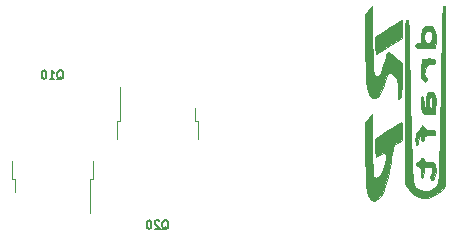
<source format=gbr>
G04 #@! TF.GenerationSoftware,KiCad,Pcbnew,(5.1.8)-1*
G04 #@! TF.CreationDate,2022-10-22T17:33:47+02:00*
G04 #@! TF.ProjectId,RP_LM2596-KfzPowerSafeguard,52505f4c-4d32-4353-9936-2d4b667a506f,rev?*
G04 #@! TF.SameCoordinates,Original*
G04 #@! TF.FileFunction,Legend,Bot*
G04 #@! TF.FilePolarity,Positive*
%FSLAX46Y46*%
G04 Gerber Fmt 4.6, Leading zero omitted, Abs format (unit mm)*
G04 Created by KiCad (PCBNEW (5.1.8)-1) date 2022-10-22 17:33:47*
%MOMM*%
%LPD*%
G01*
G04 APERTURE LIST*
%ADD10C,0.010000*%
%ADD11C,0.120000*%
%ADD12C,0.150000*%
G04 APERTURE END LIST*
D10*
G36*
X130646711Y-82255956D02*
G01*
X130662943Y-83104550D01*
X130691652Y-83801034D01*
X130733543Y-84354984D01*
X130789318Y-84775979D01*
X130859683Y-85073596D01*
X130936247Y-85244152D01*
X131157489Y-85486926D01*
X131395192Y-85560755D01*
X131585156Y-85507959D01*
X131858324Y-85281389D01*
X132109212Y-84885104D01*
X132337863Y-84318994D01*
X132544318Y-83582947D01*
X132728619Y-82676852D01*
X132781895Y-82357435D01*
X132852389Y-81918277D01*
X132915915Y-81529163D01*
X132966336Y-81227236D01*
X132997510Y-81049639D01*
X133001133Y-81031148D01*
X133093634Y-80886967D01*
X133285299Y-80724584D01*
X133382053Y-80663890D01*
X133727568Y-80468254D01*
X133727568Y-79698519D01*
X133723668Y-79359019D01*
X133713223Y-79096010D01*
X133698118Y-78947846D01*
X133689765Y-78928784D01*
X133608286Y-78972914D01*
X133409047Y-79094463D01*
X133118087Y-79277172D01*
X132761444Y-79504779D01*
X132574225Y-79625427D01*
X131496487Y-80322069D01*
X131496487Y-81084210D01*
X131501810Y-81421866D01*
X131516057Y-81682845D01*
X131536642Y-81828605D01*
X131547598Y-81846351D01*
X131644964Y-81801191D01*
X131817462Y-81690312D01*
X131848432Y-81668533D01*
X132110035Y-81533904D01*
X132300572Y-81546448D01*
X132409095Y-81703871D01*
X132425293Y-81789369D01*
X132410949Y-82040449D01*
X132337901Y-82384755D01*
X132224708Y-82762265D01*
X132089931Y-83112959D01*
X131952130Y-83376817D01*
X131921015Y-83420114D01*
X131730349Y-83582732D01*
X131524087Y-83644986D01*
X131354740Y-83599162D01*
X131291140Y-83512644D01*
X131278013Y-83395267D01*
X131266015Y-83128674D01*
X131255586Y-82735267D01*
X131247163Y-82237449D01*
X131241187Y-81657623D01*
X131238095Y-81018194D01*
X131237778Y-80788150D01*
X131236501Y-78199392D01*
X130940662Y-78542635D01*
X130644822Y-78885878D01*
X130642252Y-81245675D01*
X130646711Y-82255956D01*
G37*
X130646711Y-82255956D02*
X130662943Y-83104550D01*
X130691652Y-83801034D01*
X130733543Y-84354984D01*
X130789318Y-84775979D01*
X130859683Y-85073596D01*
X130936247Y-85244152D01*
X131157489Y-85486926D01*
X131395192Y-85560755D01*
X131585156Y-85507959D01*
X131858324Y-85281389D01*
X132109212Y-84885104D01*
X132337863Y-84318994D01*
X132544318Y-83582947D01*
X132728619Y-82676852D01*
X132781895Y-82357435D01*
X132852389Y-81918277D01*
X132915915Y-81529163D01*
X132966336Y-81227236D01*
X132997510Y-81049639D01*
X133001133Y-81031148D01*
X133093634Y-80886967D01*
X133285299Y-80724584D01*
X133382053Y-80663890D01*
X133727568Y-80468254D01*
X133727568Y-79698519D01*
X133723668Y-79359019D01*
X133713223Y-79096010D01*
X133698118Y-78947846D01*
X133689765Y-78928784D01*
X133608286Y-78972914D01*
X133409047Y-79094463D01*
X133118087Y-79277172D01*
X132761444Y-79504779D01*
X132574225Y-79625427D01*
X131496487Y-80322069D01*
X131496487Y-81084210D01*
X131501810Y-81421866D01*
X131516057Y-81682845D01*
X131536642Y-81828605D01*
X131547598Y-81846351D01*
X131644964Y-81801191D01*
X131817462Y-81690312D01*
X131848432Y-81668533D01*
X132110035Y-81533904D01*
X132300572Y-81546448D01*
X132409095Y-81703871D01*
X132425293Y-81789369D01*
X132410949Y-82040449D01*
X132337901Y-82384755D01*
X132224708Y-82762265D01*
X132089931Y-83112959D01*
X131952130Y-83376817D01*
X131921015Y-83420114D01*
X131730349Y-83582732D01*
X131524087Y-83644986D01*
X131354740Y-83599162D01*
X131291140Y-83512644D01*
X131278013Y-83395267D01*
X131266015Y-83128674D01*
X131255586Y-82735267D01*
X131247163Y-82237449D01*
X131241187Y-81657623D01*
X131238095Y-81018194D01*
X131237778Y-80788150D01*
X131236501Y-78199392D01*
X130940662Y-78542635D01*
X130644822Y-78885878D01*
X130642252Y-81245675D01*
X130646711Y-82255956D01*
G36*
X130642912Y-73340941D02*
G01*
X130657741Y-74188170D01*
X130684707Y-74891288D01*
X130725650Y-75463947D01*
X130782413Y-75919799D01*
X130856835Y-76272495D01*
X130950760Y-76535687D01*
X131066027Y-76723025D01*
X131204477Y-76848162D01*
X131250658Y-76875534D01*
X131471379Y-76907499D01*
X131694380Y-76772875D01*
X131916235Y-76476603D01*
X132133517Y-76023622D01*
X132342799Y-75418871D01*
X132401045Y-75217466D01*
X132513177Y-74899233D01*
X132638987Y-74746359D01*
X132799102Y-74752721D01*
X133014147Y-74912198D01*
X133110059Y-75007024D01*
X133236326Y-75143961D01*
X133316320Y-75267845D01*
X133360598Y-75421619D01*
X133379718Y-75648223D01*
X133384237Y-75990599D01*
X133384324Y-76122565D01*
X133391216Y-76476894D01*
X133409764Y-76756221D01*
X133436778Y-76923671D01*
X133456361Y-76955135D01*
X133557630Y-76893172D01*
X133633835Y-76700663D01*
X133686525Y-76367680D01*
X133717250Y-75884292D01*
X133727558Y-75240571D01*
X133727568Y-75216717D01*
X133727568Y-73915429D01*
X133239961Y-73461633D01*
X132988180Y-73244468D01*
X132766936Y-73083941D01*
X132617950Y-73009737D01*
X132602162Y-73007838D01*
X132524003Y-73016337D01*
X132464250Y-73061665D01*
X132410377Y-73173571D01*
X132349855Y-73381800D01*
X132270157Y-73716099D01*
X132230327Y-73890795D01*
X132085725Y-74413996D01*
X131926275Y-74781963D01*
X131755265Y-74990458D01*
X131575983Y-75035244D01*
X131416894Y-74938798D01*
X131379199Y-74881107D01*
X131348157Y-74779171D01*
X131322736Y-74615712D01*
X131301908Y-74373458D01*
X131284641Y-74035132D01*
X131269906Y-73583460D01*
X131256671Y-73001167D01*
X131243907Y-72270979D01*
X131239054Y-71956993D01*
X131196149Y-69109995D01*
X130638379Y-69814629D01*
X130638379Y-72335951D01*
X130642912Y-73340941D01*
G37*
X130642912Y-73340941D02*
X130657741Y-74188170D01*
X130684707Y-74891288D01*
X130725650Y-75463947D01*
X130782413Y-75919799D01*
X130856835Y-76272495D01*
X130950760Y-76535687D01*
X131066027Y-76723025D01*
X131204477Y-76848162D01*
X131250658Y-76875534D01*
X131471379Y-76907499D01*
X131694380Y-76772875D01*
X131916235Y-76476603D01*
X132133517Y-76023622D01*
X132342799Y-75418871D01*
X132401045Y-75217466D01*
X132513177Y-74899233D01*
X132638987Y-74746359D01*
X132799102Y-74752721D01*
X133014147Y-74912198D01*
X133110059Y-75007024D01*
X133236326Y-75143961D01*
X133316320Y-75267845D01*
X133360598Y-75421619D01*
X133379718Y-75648223D01*
X133384237Y-75990599D01*
X133384324Y-76122565D01*
X133391216Y-76476894D01*
X133409764Y-76756221D01*
X133436778Y-76923671D01*
X133456361Y-76955135D01*
X133557630Y-76893172D01*
X133633835Y-76700663D01*
X133686525Y-76367680D01*
X133717250Y-75884292D01*
X133727558Y-75240571D01*
X133727568Y-75216717D01*
X133727568Y-73915429D01*
X133239961Y-73461633D01*
X132988180Y-73244468D01*
X132766936Y-73083941D01*
X132617950Y-73009737D01*
X132602162Y-73007838D01*
X132524003Y-73016337D01*
X132464250Y-73061665D01*
X132410377Y-73173571D01*
X132349855Y-73381800D01*
X132270157Y-73716099D01*
X132230327Y-73890795D01*
X132085725Y-74413996D01*
X131926275Y-74781963D01*
X131755265Y-74990458D01*
X131575983Y-75035244D01*
X131416894Y-74938798D01*
X131379199Y-74881107D01*
X131348157Y-74779171D01*
X131322736Y-74615712D01*
X131301908Y-74373458D01*
X131284641Y-74035132D01*
X131269906Y-73583460D01*
X131256671Y-73001167D01*
X131243907Y-72270979D01*
X131239054Y-71956993D01*
X131196149Y-69109995D01*
X130638379Y-69814629D01*
X130638379Y-72335951D01*
X130642912Y-73340941D01*
G36*
X131501844Y-72763521D02*
G01*
X131513403Y-73021462D01*
X131530545Y-73163606D01*
X131539248Y-73179459D01*
X131622441Y-73135165D01*
X131823000Y-73013186D01*
X132114727Y-72829878D01*
X132471426Y-72601599D01*
X132654788Y-72482958D01*
X133727568Y-71786456D01*
X133727568Y-70242153D01*
X133491588Y-70390104D01*
X133327129Y-70494789D01*
X133057161Y-70668332D01*
X132720040Y-70886016D01*
X132377563Y-71107913D01*
X131499518Y-71677770D01*
X131498002Y-72428615D01*
X131501844Y-72763521D01*
G37*
X131501844Y-72763521D02*
X131513403Y-73021462D01*
X131530545Y-73163606D01*
X131539248Y-73179459D01*
X131622441Y-73135165D01*
X131823000Y-73013186D01*
X132114727Y-72829878D01*
X132471426Y-72601599D01*
X132654788Y-72482958D01*
X133727568Y-71786456D01*
X133727568Y-70242153D01*
X133491588Y-70390104D01*
X133327129Y-70494789D01*
X133057161Y-70668332D01*
X132720040Y-70886016D01*
X132377563Y-71107913D01*
X131499518Y-71677770D01*
X131498002Y-72428615D01*
X131501844Y-72763521D01*
G36*
X134903899Y-80665546D02*
G01*
X134947039Y-80838728D01*
X135003638Y-80867616D01*
X135060684Y-80743270D01*
X135100541Y-80503591D01*
X135145964Y-80259029D01*
X135212331Y-80097574D01*
X135246916Y-80066545D01*
X135319875Y-80101743D01*
X135318924Y-80195920D01*
X135324719Y-80387366D01*
X135399958Y-80514994D01*
X135512441Y-80526554D01*
X135520001Y-80522213D01*
X135593997Y-80398858D01*
X135615406Y-80253787D01*
X135628352Y-80133762D01*
X135695142Y-80071262D01*
X135857704Y-80047677D01*
X136087365Y-80044324D01*
X136357666Y-80038755D01*
X136498409Y-80009323D01*
X136551592Y-79936936D01*
X136559324Y-79829797D01*
X136541928Y-79694519D01*
X136458344Y-79632063D01*
X136261481Y-79614557D01*
X136194629Y-79613956D01*
X135898482Y-79595416D01*
X135714247Y-79524608D01*
X135584113Y-79374737D01*
X135549485Y-79314932D01*
X135474061Y-79193354D01*
X135428866Y-79222239D01*
X135393360Y-79314932D01*
X135284397Y-79490359D01*
X135109919Y-79670525D01*
X134981202Y-79801540D01*
X134914116Y-79958263D01*
X134889534Y-80199656D01*
X134887229Y-80357011D01*
X134903899Y-80665546D01*
G37*
X134903899Y-80665546D02*
X134947039Y-80838728D01*
X135003638Y-80867616D01*
X135060684Y-80743270D01*
X135100541Y-80503591D01*
X135145964Y-80259029D01*
X135212331Y-80097574D01*
X135246916Y-80066545D01*
X135319875Y-80101743D01*
X135318924Y-80195920D01*
X135324719Y-80387366D01*
X135399958Y-80514994D01*
X135512441Y-80526554D01*
X135520001Y-80522213D01*
X135593997Y-80398858D01*
X135615406Y-80253787D01*
X135628352Y-80133762D01*
X135695142Y-80071262D01*
X135857704Y-80047677D01*
X136087365Y-80044324D01*
X136357666Y-80038755D01*
X136498409Y-80009323D01*
X136551592Y-79936936D01*
X136559324Y-79829797D01*
X136541928Y-79694519D01*
X136458344Y-79632063D01*
X136261481Y-79614557D01*
X136194629Y-79613956D01*
X135898482Y-79595416D01*
X135714247Y-79524608D01*
X135584113Y-79374737D01*
X135549485Y-79314932D01*
X135474061Y-79193354D01*
X135428866Y-79222239D01*
X135393360Y-79314932D01*
X135284397Y-79490359D01*
X135109919Y-79670525D01*
X134981202Y-79801540D01*
X134914116Y-79958263D01*
X134889534Y-80199656D01*
X134887229Y-80357011D01*
X134903899Y-80665546D01*
G36*
X135385865Y-75076738D02*
G01*
X135421691Y-75248208D01*
X135484520Y-75352978D01*
X135491349Y-75360036D01*
X135633662Y-75469179D01*
X135710039Y-75496351D01*
X135817244Y-75430479D01*
X135842566Y-75278503D01*
X135778708Y-75108884D01*
X135754529Y-75078797D01*
X135628846Y-74819483D01*
X135659317Y-74497882D01*
X135743632Y-74295948D01*
X135878742Y-74115655D01*
X136079158Y-74035392D01*
X136194138Y-74021324D01*
X136417344Y-73981587D01*
X136519845Y-73891136D01*
X136543890Y-73801204D01*
X136517765Y-73627454D01*
X136447851Y-73560351D01*
X136295855Y-73538136D01*
X136041434Y-73532944D01*
X135863697Y-73539281D01*
X135403054Y-73565608D01*
X135379044Y-74394665D01*
X135372997Y-74803810D01*
X135385865Y-75076738D01*
G37*
X135385865Y-75076738D02*
X135421691Y-75248208D01*
X135484520Y-75352978D01*
X135491349Y-75360036D01*
X135633662Y-75469179D01*
X135710039Y-75496351D01*
X135817244Y-75430479D01*
X135842566Y-75278503D01*
X135778708Y-75108884D01*
X135754529Y-75078797D01*
X135628846Y-74819483D01*
X135659317Y-74497882D01*
X135743632Y-74295948D01*
X135878742Y-74115655D01*
X136079158Y-74035392D01*
X136194138Y-74021324D01*
X136417344Y-73981587D01*
X136519845Y-73891136D01*
X136543890Y-73801204D01*
X136517765Y-73627454D01*
X136447851Y-73560351D01*
X136295855Y-73538136D01*
X136041434Y-73532944D01*
X135863697Y-73539281D01*
X135403054Y-73565608D01*
X135379044Y-74394665D01*
X135372997Y-74803810D01*
X135385865Y-75076738D01*
G36*
X135058345Y-82670851D02*
G01*
X135079088Y-82679441D01*
X135240705Y-82773566D01*
X135325880Y-82934016D01*
X135355505Y-83206810D01*
X135356659Y-83290833D01*
X135379934Y-83541085D01*
X135434803Y-83638488D01*
X135502336Y-83594206D01*
X135563602Y-83419407D01*
X135598437Y-83148221D01*
X135624374Y-82704459D01*
X135963133Y-82704459D01*
X136179967Y-82712906D01*
X136276317Y-82771276D01*
X136301078Y-82929111D01*
X136301892Y-83047702D01*
X136282860Y-83262642D01*
X136235316Y-83382193D01*
X136216081Y-83390946D01*
X136145811Y-83457321D01*
X136135575Y-83601705D01*
X136183645Y-83741981D01*
X136224316Y-83782184D01*
X136355089Y-83785846D01*
X136468834Y-83653055D01*
X136553438Y-83418910D01*
X136596785Y-83118507D01*
X136586762Y-82786947D01*
X136581489Y-82747365D01*
X136507372Y-82475656D01*
X136359098Y-82329643D01*
X136097539Y-82277512D01*
X136001055Y-82275405D01*
X135756648Y-82258499D01*
X135633014Y-82194206D01*
X135590542Y-82103784D01*
X135504428Y-81953978D01*
X135395335Y-81962244D01*
X135318008Y-82094519D01*
X135198064Y-82250549D01*
X135097699Y-82301012D01*
X134957562Y-82401767D01*
X134943241Y-82549521D01*
X135058345Y-82670851D01*
G37*
X135058345Y-82670851D02*
X135079088Y-82679441D01*
X135240705Y-82773566D01*
X135325880Y-82934016D01*
X135355505Y-83206810D01*
X135356659Y-83290833D01*
X135379934Y-83541085D01*
X135434803Y-83638488D01*
X135502336Y-83594206D01*
X135563602Y-83419407D01*
X135598437Y-83148221D01*
X135624374Y-82704459D01*
X135963133Y-82704459D01*
X136179967Y-82712906D01*
X136276317Y-82771276D01*
X136301078Y-82929111D01*
X136301892Y-83047702D01*
X136282860Y-83262642D01*
X136235316Y-83382193D01*
X136216081Y-83390946D01*
X136145811Y-83457321D01*
X136135575Y-83601705D01*
X136183645Y-83741981D01*
X136224316Y-83782184D01*
X136355089Y-83785846D01*
X136468834Y-83653055D01*
X136553438Y-83418910D01*
X136596785Y-83118507D01*
X136586762Y-82786947D01*
X136581489Y-82747365D01*
X136507372Y-82475656D01*
X136359098Y-82329643D01*
X136097539Y-82277512D01*
X136001055Y-82275405D01*
X135756648Y-82258499D01*
X135633014Y-82194206D01*
X135590542Y-82103784D01*
X135504428Y-81953978D01*
X135395335Y-81962244D01*
X135318008Y-82094519D01*
X135198064Y-82250549D01*
X135097699Y-82301012D01*
X134957562Y-82401767D01*
X134943241Y-82549521D01*
X135058345Y-82670851D01*
G36*
X135368191Y-77711094D02*
G01*
X135413060Y-77983456D01*
X135513907Y-78143196D01*
X135692057Y-78219554D01*
X135968834Y-78241771D01*
X136047479Y-78242297D01*
X136559324Y-78242297D01*
X136568070Y-77920507D01*
X136578251Y-77604437D01*
X136591073Y-77274670D01*
X136591909Y-77255473D01*
X136593639Y-76987641D01*
X136578510Y-76768721D01*
X136573929Y-76740608D01*
X136462876Y-76480325D01*
X136256620Y-76362392D01*
X136173176Y-76355113D01*
X136173176Y-76783513D01*
X136258718Y-76834932D01*
X136297149Y-77009145D01*
X136301892Y-77162644D01*
X136290552Y-77428063D01*
X136262172Y-77634674D01*
X136249995Y-77677016D01*
X136177686Y-77784034D01*
X136112728Y-77740078D01*
X136065062Y-77565778D01*
X136044624Y-77281761D01*
X136044460Y-77250408D01*
X136056245Y-76967511D01*
X136097541Y-76822674D01*
X136173176Y-76783513D01*
X136173176Y-76355113D01*
X136165688Y-76354459D01*
X135980078Y-76408441D01*
X135860430Y-76581720D01*
X135799191Y-76891297D01*
X135787027Y-77206926D01*
X135770147Y-77530010D01*
X135728764Y-77693828D01*
X135676767Y-77695888D01*
X135628045Y-77533699D01*
X135598235Y-77240799D01*
X135564362Y-76941711D01*
X135505327Y-76757817D01*
X135465237Y-76718784D01*
X135406013Y-76748801D01*
X135371757Y-76901363D01*
X135358481Y-77197955D01*
X135357973Y-77296869D01*
X135368191Y-77711094D01*
G37*
X135368191Y-77711094D02*
X135413060Y-77983456D01*
X135513907Y-78143196D01*
X135692057Y-78219554D01*
X135968834Y-78241771D01*
X136047479Y-78242297D01*
X136559324Y-78242297D01*
X136568070Y-77920507D01*
X136578251Y-77604437D01*
X136591073Y-77274670D01*
X136591909Y-77255473D01*
X136593639Y-76987641D01*
X136578510Y-76768721D01*
X136573929Y-76740608D01*
X136462876Y-76480325D01*
X136256620Y-76362392D01*
X136173176Y-76355113D01*
X136173176Y-76783513D01*
X136258718Y-76834932D01*
X136297149Y-77009145D01*
X136301892Y-77162644D01*
X136290552Y-77428063D01*
X136262172Y-77634674D01*
X136249995Y-77677016D01*
X136177686Y-77784034D01*
X136112728Y-77740078D01*
X136065062Y-77565778D01*
X136044624Y-77281761D01*
X136044460Y-77250408D01*
X136056245Y-76967511D01*
X136097541Y-76822674D01*
X136173176Y-76783513D01*
X136173176Y-76355113D01*
X136165688Y-76354459D01*
X135980078Y-76408441D01*
X135860430Y-76581720D01*
X135799191Y-76891297D01*
X135787027Y-77206926D01*
X135770147Y-77530010D01*
X135728764Y-77693828D01*
X135676767Y-77695888D01*
X135628045Y-77533699D01*
X135598235Y-77240799D01*
X135564362Y-76941711D01*
X135505327Y-76757817D01*
X135465237Y-76718784D01*
X135406013Y-76748801D01*
X135371757Y-76901363D01*
X135358481Y-77197955D01*
X135357973Y-77296869D01*
X135368191Y-77711094D01*
G36*
X134899187Y-72529464D02*
G01*
X134959604Y-72581475D01*
X135098609Y-72613450D01*
X135347547Y-72632739D01*
X135722669Y-72646249D01*
X136078236Y-72650254D01*
X136359414Y-72641191D01*
X136529285Y-72620945D01*
X136562532Y-72603344D01*
X136584110Y-72109846D01*
X136593124Y-71754945D01*
X136587822Y-71505957D01*
X136566453Y-71330197D01*
X136527262Y-71194983D01*
X136481574Y-71093384D01*
X136362757Y-70910223D01*
X136204482Y-70823586D01*
X135988148Y-70793668D01*
X135857626Y-70802278D01*
X135857626Y-71220477D01*
X136118665Y-71222048D01*
X136258380Y-71334346D01*
X136301800Y-71578467D01*
X136301892Y-71594907D01*
X136277422Y-71852839D01*
X136218023Y-72059812D01*
X136213062Y-72069560D01*
X136060787Y-72210549D01*
X135872026Y-72214203D01*
X135711636Y-72081693D01*
X135699272Y-72060286D01*
X135642780Y-71857042D01*
X135629975Y-71594773D01*
X135631895Y-71566874D01*
X135671536Y-71346222D01*
X135763254Y-71245095D01*
X135857626Y-71220477D01*
X135857626Y-70802278D01*
X135704249Y-70812397D01*
X135514212Y-70930632D01*
X135404183Y-71168104D01*
X135360308Y-71544543D01*
X135357973Y-71691164D01*
X135353875Y-71983177D01*
X135329836Y-72145404D01*
X135268237Y-72219661D01*
X135151461Y-72247767D01*
X135121993Y-72251293D01*
X134937946Y-72313790D01*
X134886014Y-72450067D01*
X134899187Y-72529464D01*
G37*
X134899187Y-72529464D02*
X134959604Y-72581475D01*
X135098609Y-72613450D01*
X135347547Y-72632739D01*
X135722669Y-72646249D01*
X136078236Y-72650254D01*
X136359414Y-72641191D01*
X136529285Y-72620945D01*
X136562532Y-72603344D01*
X136584110Y-72109846D01*
X136593124Y-71754945D01*
X136587822Y-71505957D01*
X136566453Y-71330197D01*
X136527262Y-71194983D01*
X136481574Y-71093384D01*
X136362757Y-70910223D01*
X136204482Y-70823586D01*
X135988148Y-70793668D01*
X135857626Y-70802278D01*
X135857626Y-71220477D01*
X136118665Y-71222048D01*
X136258380Y-71334346D01*
X136301800Y-71578467D01*
X136301892Y-71594907D01*
X136277422Y-71852839D01*
X136218023Y-72059812D01*
X136213062Y-72069560D01*
X136060787Y-72210549D01*
X135872026Y-72214203D01*
X135711636Y-72081693D01*
X135699272Y-72060286D01*
X135642780Y-71857042D01*
X135629975Y-71594773D01*
X135631895Y-71566874D01*
X135671536Y-71346222D01*
X135763254Y-71245095D01*
X135857626Y-71220477D01*
X135857626Y-70802278D01*
X135704249Y-70812397D01*
X135514212Y-70930632D01*
X135404183Y-71168104D01*
X135360308Y-71544543D01*
X135357973Y-71691164D01*
X135353875Y-71983177D01*
X135329836Y-72145404D01*
X135268237Y-72219661D01*
X135151461Y-72247767D01*
X135121993Y-72251293D01*
X134937946Y-72313790D01*
X134886014Y-72450067D01*
X134899187Y-72529464D01*
G36*
X133994981Y-73827628D02*
G01*
X133996926Y-74756791D01*
X134000034Y-75834567D01*
X134004086Y-77071966D01*
X134004488Y-77191115D01*
X134027906Y-84120338D01*
X134232497Y-84477411D01*
X134563414Y-84903263D01*
X134971662Y-85191600D01*
X135429727Y-85340785D01*
X135910099Y-85349179D01*
X136385266Y-85215143D01*
X136827716Y-84937040D01*
X137108937Y-84648716D01*
X137374527Y-84318986D01*
X137397341Y-76689763D01*
X137400597Y-75295128D01*
X137401680Y-74027571D01*
X137400628Y-72892084D01*
X137397481Y-71893661D01*
X137392277Y-71037296D01*
X137385055Y-70327983D01*
X137375854Y-69770714D01*
X137364712Y-69370483D01*
X137351669Y-69132284D01*
X137338047Y-69060540D01*
X137219327Y-69122505D01*
X137207989Y-69138127D01*
X137198641Y-69234392D01*
X137186549Y-69488806D01*
X137172071Y-69887925D01*
X137155569Y-70418304D01*
X137137403Y-71066498D01*
X137117932Y-71819063D01*
X137097517Y-72662555D01*
X137076518Y-73583530D01*
X137055295Y-74568541D01*
X137034209Y-75604146D01*
X137032688Y-75681201D01*
X137005698Y-77055445D01*
X136981903Y-78268467D01*
X136960894Y-79330629D01*
X136942262Y-80252292D01*
X136925598Y-81043819D01*
X136910493Y-81715571D01*
X136896539Y-82277911D01*
X136883326Y-82741199D01*
X136870446Y-83115797D01*
X136857488Y-83412069D01*
X136844045Y-83640374D01*
X136829707Y-83811076D01*
X136814066Y-83934535D01*
X136796712Y-84021114D01*
X136777237Y-84081174D01*
X136755231Y-84125078D01*
X136730286Y-84163187D01*
X136701992Y-84205863D01*
X136695828Y-84215970D01*
X136415940Y-84531392D01*
X136054017Y-84716179D01*
X135649429Y-84761002D01*
X135241543Y-84656534D01*
X135116830Y-84590097D01*
X135043531Y-84549612D01*
X134977622Y-84516436D01*
X134918536Y-84481815D01*
X134865705Y-84436998D01*
X134818562Y-84373232D01*
X134776540Y-84281764D01*
X134739070Y-84153843D01*
X134705587Y-83980714D01*
X134675522Y-83753626D01*
X134648308Y-83463827D01*
X134623377Y-83102563D01*
X134600163Y-82661083D01*
X134578098Y-82130633D01*
X134556615Y-81502461D01*
X134535146Y-80767814D01*
X134513123Y-79917941D01*
X134489980Y-78944087D01*
X134465150Y-77837502D01*
X134438064Y-76589432D01*
X134408155Y-75191125D01*
X134374857Y-73633827D01*
X134359085Y-72900574D01*
X134342583Y-72158029D01*
X134327707Y-71569301D01*
X134312992Y-71116616D01*
X134296972Y-70782196D01*
X134278183Y-70548267D01*
X134255160Y-70397052D01*
X134226438Y-70310775D01*
X134190551Y-70271661D01*
X134146035Y-70261933D01*
X134141620Y-70261892D01*
X134112621Y-70266469D01*
X134087399Y-70287541D01*
X134065736Y-70336117D01*
X134047414Y-70423207D01*
X134032216Y-70559822D01*
X134019923Y-70756970D01*
X134010318Y-71025663D01*
X134003183Y-71376909D01*
X133998299Y-71821718D01*
X133995450Y-72371102D01*
X133994417Y-73036068D01*
X133994981Y-73827628D01*
G37*
X133994981Y-73827628D02*
X133996926Y-74756791D01*
X134000034Y-75834567D01*
X134004086Y-77071966D01*
X134004488Y-77191115D01*
X134027906Y-84120338D01*
X134232497Y-84477411D01*
X134563414Y-84903263D01*
X134971662Y-85191600D01*
X135429727Y-85340785D01*
X135910099Y-85349179D01*
X136385266Y-85215143D01*
X136827716Y-84937040D01*
X137108937Y-84648716D01*
X137374527Y-84318986D01*
X137397341Y-76689763D01*
X137400597Y-75295128D01*
X137401680Y-74027571D01*
X137400628Y-72892084D01*
X137397481Y-71893661D01*
X137392277Y-71037296D01*
X137385055Y-70327983D01*
X137375854Y-69770714D01*
X137364712Y-69370483D01*
X137351669Y-69132284D01*
X137338047Y-69060540D01*
X137219327Y-69122505D01*
X137207989Y-69138127D01*
X137198641Y-69234392D01*
X137186549Y-69488806D01*
X137172071Y-69887925D01*
X137155569Y-70418304D01*
X137137403Y-71066498D01*
X137117932Y-71819063D01*
X137097517Y-72662555D01*
X137076518Y-73583530D01*
X137055295Y-74568541D01*
X137034209Y-75604146D01*
X137032688Y-75681201D01*
X137005698Y-77055445D01*
X136981903Y-78268467D01*
X136960894Y-79330629D01*
X136942262Y-80252292D01*
X136925598Y-81043819D01*
X136910493Y-81715571D01*
X136896539Y-82277911D01*
X136883326Y-82741199D01*
X136870446Y-83115797D01*
X136857488Y-83412069D01*
X136844045Y-83640374D01*
X136829707Y-83811076D01*
X136814066Y-83934535D01*
X136796712Y-84021114D01*
X136777237Y-84081174D01*
X136755231Y-84125078D01*
X136730286Y-84163187D01*
X136701992Y-84205863D01*
X136695828Y-84215970D01*
X136415940Y-84531392D01*
X136054017Y-84716179D01*
X135649429Y-84761002D01*
X135241543Y-84656534D01*
X135116830Y-84590097D01*
X135043531Y-84549612D01*
X134977622Y-84516436D01*
X134918536Y-84481815D01*
X134865705Y-84436998D01*
X134818562Y-84373232D01*
X134776540Y-84281764D01*
X134739070Y-84153843D01*
X134705587Y-83980714D01*
X134675522Y-83753626D01*
X134648308Y-83463827D01*
X134623377Y-83102563D01*
X134600163Y-82661083D01*
X134578098Y-82130633D01*
X134556615Y-81502461D01*
X134535146Y-80767814D01*
X134513123Y-79917941D01*
X134489980Y-78944087D01*
X134465150Y-77837502D01*
X134438064Y-76589432D01*
X134408155Y-75191125D01*
X134374857Y-73633827D01*
X134359085Y-72900574D01*
X134342583Y-72158029D01*
X134327707Y-71569301D01*
X134312992Y-71116616D01*
X134296972Y-70782196D01*
X134278183Y-70548267D01*
X134255160Y-70397052D01*
X134226438Y-70310775D01*
X134190551Y-70271661D01*
X134146035Y-70261933D01*
X134141620Y-70261892D01*
X134112621Y-70266469D01*
X134087399Y-70287541D01*
X134065736Y-70336117D01*
X134047414Y-70423207D01*
X134032216Y-70559822D01*
X134019923Y-70756970D01*
X134010318Y-71025663D01*
X134003183Y-71376909D01*
X133998299Y-71821718D01*
X133995450Y-72371102D01*
X133994417Y-73036068D01*
X133994981Y-73827628D01*
D11*
X107590000Y-82250000D02*
X107590000Y-83750000D01*
X107590000Y-83750000D02*
X107320000Y-83750000D01*
X107320000Y-83750000D02*
X107320000Y-86580000D01*
X100690000Y-82250000D02*
X100690000Y-83750000D01*
X100690000Y-83750000D02*
X100960000Y-83750000D01*
X100960000Y-83750000D02*
X100960000Y-84850000D01*
X116210000Y-78810000D02*
X116210000Y-77710000D01*
X116480000Y-78810000D02*
X116210000Y-78810000D01*
X116480000Y-80310000D02*
X116480000Y-78810000D01*
X109850000Y-78810000D02*
X109850000Y-75980000D01*
X109580000Y-78810000D02*
X109850000Y-78810000D01*
X109580000Y-80310000D02*
X109580000Y-78810000D01*
D12*
X104540000Y-75313333D02*
X104606666Y-75280000D01*
X104673333Y-75213333D01*
X104773333Y-75113333D01*
X104840000Y-75080000D01*
X104906666Y-75080000D01*
X104873333Y-75246666D02*
X104940000Y-75213333D01*
X105006666Y-75146666D01*
X105040000Y-75013333D01*
X105040000Y-74780000D01*
X105006666Y-74646666D01*
X104940000Y-74580000D01*
X104873333Y-74546666D01*
X104740000Y-74546666D01*
X104673333Y-74580000D01*
X104606666Y-74646666D01*
X104573333Y-74780000D01*
X104573333Y-75013333D01*
X104606666Y-75146666D01*
X104673333Y-75213333D01*
X104740000Y-75246666D01*
X104873333Y-75246666D01*
X103906666Y-75246666D02*
X104306666Y-75246666D01*
X104106666Y-75246666D02*
X104106666Y-74546666D01*
X104173333Y-74646666D01*
X104240000Y-74713333D01*
X104306666Y-74746666D01*
X103473333Y-74546666D02*
X103406666Y-74546666D01*
X103340000Y-74580000D01*
X103306666Y-74613333D01*
X103273333Y-74680000D01*
X103240000Y-74813333D01*
X103240000Y-74980000D01*
X103273333Y-75113333D01*
X103306666Y-75180000D01*
X103340000Y-75213333D01*
X103406666Y-75246666D01*
X103473333Y-75246666D01*
X103540000Y-75213333D01*
X103573333Y-75180000D01*
X103606666Y-75113333D01*
X103640000Y-74980000D01*
X103640000Y-74813333D01*
X103606666Y-74680000D01*
X103573333Y-74613333D01*
X103540000Y-74580000D01*
X103473333Y-74546666D01*
X113430000Y-88013333D02*
X113496666Y-87980000D01*
X113563333Y-87913333D01*
X113663333Y-87813333D01*
X113730000Y-87780000D01*
X113796666Y-87780000D01*
X113763333Y-87946666D02*
X113830000Y-87913333D01*
X113896666Y-87846666D01*
X113930000Y-87713333D01*
X113930000Y-87480000D01*
X113896666Y-87346666D01*
X113830000Y-87280000D01*
X113763333Y-87246666D01*
X113630000Y-87246666D01*
X113563333Y-87280000D01*
X113496666Y-87346666D01*
X113463333Y-87480000D01*
X113463333Y-87713333D01*
X113496666Y-87846666D01*
X113563333Y-87913333D01*
X113630000Y-87946666D01*
X113763333Y-87946666D01*
X113196666Y-87313333D02*
X113163333Y-87280000D01*
X113096666Y-87246666D01*
X112930000Y-87246666D01*
X112863333Y-87280000D01*
X112830000Y-87313333D01*
X112796666Y-87380000D01*
X112796666Y-87446666D01*
X112830000Y-87546666D01*
X113230000Y-87946666D01*
X112796666Y-87946666D01*
X112363333Y-87246666D02*
X112296666Y-87246666D01*
X112230000Y-87280000D01*
X112196666Y-87313333D01*
X112163333Y-87380000D01*
X112130000Y-87513333D01*
X112130000Y-87680000D01*
X112163333Y-87813333D01*
X112196666Y-87880000D01*
X112230000Y-87913333D01*
X112296666Y-87946666D01*
X112363333Y-87946666D01*
X112430000Y-87913333D01*
X112463333Y-87880000D01*
X112496666Y-87813333D01*
X112530000Y-87680000D01*
X112530000Y-87513333D01*
X112496666Y-87380000D01*
X112463333Y-87313333D01*
X112430000Y-87280000D01*
X112363333Y-87246666D01*
M02*

</source>
